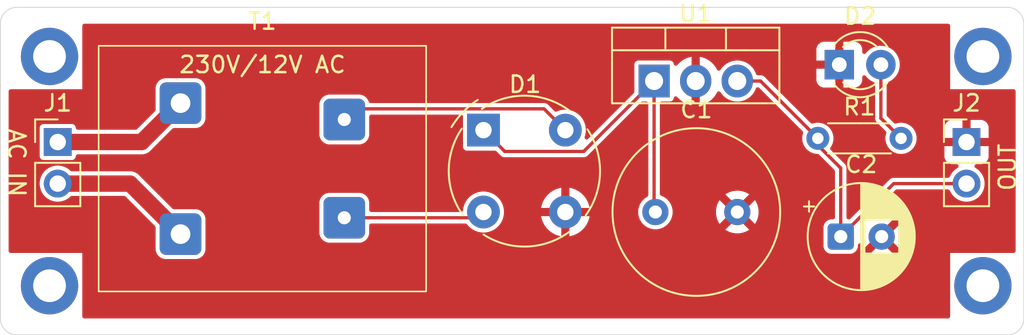
<source format=kicad_pcb>
(kicad_pcb (version 20241229) (generator "pcbnew") (generator_version "9.0")
  (layers (0 "F.Cu" signal) (2 "B.Cu" signal) (13 "F.Paste" user) (15 "B.Paste" user) (5 "F.SilkS" user "F.Silkscreen") (7 "B.SilkS" user "B.Silkscreen") (1 "F.Mask" user) (3 "B.Mask" user) (25 "Edge.Cuts" user))
  (net 0 "")
  (net 1 "Net-(D1-+)")
  (net 2 "GND")
  (net 3 "Net-(J2-Pin_2)")
  (net 4 "Net-(T1-SB)")
  (net 5 "Net-(T1-SA)")
  (net 6 "Net-(D2-A)")
  (net 7 "Net-(J1-Pin_1)")
  (net 8 "Net-(J1-Pin_2)")
  (footprint "Capacitor_THT:CP_Radial_D6.3mm_P2.50mm" (layer "F.Cu") (at 139.317621 81)
    (property "Reference" "C2" (at 1.25 -4.4 0) (layer "F.SilkS"))
    (property "Value" "100uF/16V")
    (fp_line (start -2.250241 -1.839) (end -1.620241 -1.839) (stroke (width 0.12)) (layer "F.SilkS"))
    (fp_line (start -1.935241 -2.154) (end -1.935241 -1.524) (stroke (width 0.12)) (layer "F.SilkS"))
    (fp_line (start 1.25 -3.23) (end 1.25 3.23) (stroke (width 0.12)) (layer "F.SilkS"))
    (fp_line (start 1.29 -3.23) (end 1.29 3.23) (stroke (width 0.12)) (layer "F.SilkS"))
    (fp_line (start 1.33 -3.229) (end 1.33 3.229) (stroke (width 0.12)) (layer "F.SilkS"))
    (fp_line (start 1.37 -3.228) (end 1.37 3.228) (stroke (width 0.12)) (layer "F.SilkS"))
    (fp_line (start 1.41 -3.226) (end 1.41 3.226) (stroke (width 0.12)) (layer "F.SilkS"))
    (fp_line (start 1.45 -3.224) (end 1.45 3.224) (stroke (width 0.12)) (layer "F.SilkS"))
    (fp_line (start 1.49 -3.221) (end 1.49 -1.04) (stroke (width 0.12)) (layer "F.SilkS"))
    (fp_line (start 1.49 1.04) (end 1.49 3.221) (stroke (width 0.12)) (layer "F.SilkS"))
    (fp_line (start 1.53 -3.218) (end 1.53 -1.04) (stroke (width 0.12)) (layer "F.SilkS"))
    (fp_line (start 1.53 1.04) (end 1.53 3.218) (stroke (width 0.12)) (layer "F.SilkS"))
    (fp_line (start 1.57 -3.214) (end 1.57 -1.04) (stroke (width 0.12)) (layer "F.SilkS"))
    (fp_line (start 1.57 1.04) (end 1.57 3.214) (stroke (width 0.12)) (layer "F.SilkS"))
    (fp_line (start 1.61 -3.21) (end 1.61 -1.04) (stroke (width 0.12)) (layer "F.SilkS"))
    (fp_line (start 1.61 1.04) (end 1.61 3.21) (stroke (width 0.12)) (layer "F.SilkS"))
    (fp_line (start 1.65 -3.205) (end 1.65 -1.04) (stroke (width 0.12)) (layer "F.SilkS"))
    (fp_line (start 1.65 1.04) (end 1.65 3.205) (stroke (width 0.12)) (layer "F.SilkS"))
    (fp_line (start 1.69 -3.2) (end 1.69 -1.04) (stroke (width 0.12)) (layer "F.SilkS"))
    (fp_line (start 1.69 1.04) (end 1.69 3.2) (stroke (width 0.12)) (layer "F.SilkS"))
    (fp_line (start 1.73 -3.195) (end 1.73 -1.04) (stroke (width 0.12)) (layer "F.SilkS"))
    (fp_line (start 1.73 1.04) (end 1.73 3.195) (stroke (width 0.12)) (layer "F.SilkS"))
    (fp_line (start 1.77 -3.188) (end 1.77 -1.04) (stroke (width 0.12)) (layer "F.SilkS"))
    (fp_line (start 1.77 1.04) (end 1.77 3.188) (stroke (width 0.12)) (layer "F.SilkS"))
    (fp_line (start 1.81 -3.182) (end 1.81 -1.04) (stroke (width 0.12)) (layer "F.SilkS"))
    (fp_line (start 1.81 1.04) (end 1.81 3.182) (stroke (width 0.12)) (layer "F.SilkS"))
    (fp_line (start 1.85 -3.174) (end 1.85 -1.04) (stroke (width 0.12)) (layer "F.SilkS"))
    (fp_line (start 1.85 1.04) (end 1.85 3.174) (stroke (width 0.12)) (layer "F.SilkS"))
    (fp_line (start 1.89 -3.167) (end 1.89 -1.04) (stroke (width 0.12)) (layer "F.SilkS"))
    (fp_line (start 1.89 1.04) (end 1.89 3.167) (stroke (width 0.12)) (layer "F.SilkS"))
    (fp_line (start 1.93 -3.159) (end 1.93 -1.04) (stroke (width 0.12)) (layer "F.SilkS"))
    (fp_line (start 1.93 1.04) (end 1.93 3.159) (stroke (width 0.12)) (layer "F.SilkS"))
    (fp_line (start 1.97 -3.15) (end 1.97 -1.04) (stroke (width 0.12)) (layer "F.SilkS"))
    (fp_line (start 1.97 1.04) (end 1.97 3.15) (stroke (width 0.12)) (layer "F.SilkS"))
    (fp_line (start 2.01 -3.14) (end 2.01 -1.04) (stroke (width 0.12)) (layer "F.SilkS"))
    (fp_line (start 2.01 1.04) (end 2.01 3.14) (stroke (width 0.12)) (layer "F.SilkS"))
    (fp_line (start 2.05 -3.131) (end 2.05 -1.04) (stroke (width 0.12)) (layer "F.SilkS"))
    (fp_line (start 2.05 1.04) (end 2.05 3.131) (stroke (width 0.12)) (layer "F.SilkS"))
    (fp_line (start 2.09 -3.12) (end 2.09 -1.04) (stroke (width 0.12)) (layer "F.SilkS"))
    (fp_line (start 2.09 1.04) (end 2.09 3.12) (stroke (width 0.12)) (layer "F.SilkS"))
    (fp_line (start 2.13 -3.109) (end 2.13 -1.04) (stroke (width 0.12)) (layer "F.SilkS"))
    (fp_line (start 2.13 1.04) (end 2.13 3.109) (stroke (width 0.12)) (layer "F.SilkS"))
    (fp_line (start 2.17 -3.098) (end 2.17 -1.04) (stroke (width 0.12)) (layer "F.SilkS"))
    (fp_line (start 2.17 1.04) (end 2.17 3.098) (stroke (width 0.12)) (layer "F.SilkS"))
    (fp_line (start 2.21 -3.086) (end 2.21 -1.04) (stroke (width 0.12)) (layer "F.SilkS"))
    (fp_line (start 2.21 1.04) (end 2.21 3.086) (stroke (width 0.12)) (layer "F.SilkS"))
    (fp_line (start 2.25 -3.073) (end 2.25 -1.04) (stroke (width 0.12)) (layer "F.SilkS"))
    (fp_line (start 2.25 1.04) (end 2.25 3.073) (stroke (width 0.12)) (layer "F.SilkS"))
    (fp_line (start 2.29 -3.06) (end 2.29 -1.04) (stroke (width 0.12)) (layer "F.SilkS"))
    (fp_line (start 2.29 1.04) (end 2.29 3.06) (stroke (width 0.12)) (layer "F.SilkS"))
    (fp_line (start 2.33 -3.047) (end 2.33 -1.04) (stroke (width 0.12)) (layer "F.SilkS"))
    (fp_line (start 2.33 1.04) (end 2.33 3.047) (stroke (width 0.12)) (layer "F.SilkS"))
    (fp_line (start 2.37 -3.032) (end 2.37 -1.04) (stroke (width 0.12)) (layer "F.SilkS"))
    (fp_line (start 2.37 1.04) (end 2.37 3.032) (stroke (width 0.12)) (layer "F.SilkS"))
    (fp_line (start 2.41 -3.017) (end 2.41 -1.04) (stroke (width 0.12)) (layer "F.SilkS"))
    (fp_line (start 2.41 1.04) (end 2.41 3.017) (stroke (width 0.12)) (layer "F.SilkS"))
    (fp_line (start 2.45 -3.002) (end 2.45 -1.04) (stroke (width 0.12)) (layer "F.SilkS"))
    (fp_line (start 2.45 1.04) (end 2.45 3.002) (stroke (width 0.12)) (layer "F.SilkS"))
    (fp_line (start 2.49 -2.986) (end 2.49 -1.04) (stroke (width 0.12)) (layer "F.SilkS"))
    (fp_line (start 2.49 1.04) (end 2.49 2.986) (stroke (width 0.12)) (layer "F.SilkS"))
    (fp_line (start 2.53 -2.969) (end 2.53 -1.04) (stroke (width 0.12)) (layer "F.SilkS"))
    (fp_line (start 2.53 1.04) (end 2.53 2.969) (stroke (width 0.12)) (layer "F.SilkS"))
    (fp_line (start 2.57 -2.952) (end 2.57 -1.04) (stroke (width 0.12)) (layer "F.SilkS"))
    (fp_line (start 2.57 1.04) (end 2.57 2.952) (stroke (width 0.12)) (layer "F.SilkS"))
    (fp_line (start 2.61 -2.934) (end 2.61 -1.04) (stroke (width 0.12)) (layer "F.SilkS"))
    (fp_line (start 2.61 1.04) (end 2.61 2.934) (stroke (width 0.12)) (layer "F.SilkS"))
    (fp_line (start 2.65 -2.915) (end 2.65 -1.04) (stroke (width 0.12)) (layer "F.SilkS"))
    (fp_line (start 2.65 1.04) (end 2.65 2.915) (stroke (width 0.12)) (layer "F.SilkS"))
    (fp_line (start 2.69 -2.896) (end 2.69 -1.04) (stroke (width 0.12)) (layer "F.SilkS"))
    (fp_line (start 2.69 1.04) (end 2.69 2.896) (stroke (width 0.12)) (layer "F.SilkS"))
    (fp_line (start 2.73 -2.876) (end 2.73 -1.04) (stroke (width 0.12)) (layer "F.SilkS"))
    (fp_line (start 2.73 1.04) (end 2.73 2.876) (stroke (width 0.12)) (layer "F.SilkS"))
    (fp_line (start 2.77 -2.855) (end 2.77 -1.04) (stroke (width 0.12)) (layer "F.SilkS"))
    (fp_line (start 2.77 1.04) (end 2.77 2.855) (stroke (width 0.12)) (layer "F.SilkS"))
    (fp_line (start 2.81 -2.834) (end 2.81 -1.04) (stroke (width 0.12)) (layer "F.SilkS"))
    (fp_line (start 2.81 1.04) (end 2.81 2.834) (stroke (width 0.12)) (layer "F.SilkS"))
    (fp_line (start 2.85 -2.812) (end 2.85 -1.04) (stroke (width 0.12)) (layer "F.SilkS"))
    (fp_line (start 2.85 1.04) (end 2.85 2.812) (stroke (width 0.12)) (layer "F.SilkS"))
    (fp_line (start 2.89 -2.789) (end 2.89 -1.04) (stroke (width 0.12)) (layer "F.SilkS"))
    (fp_line (start 2.89 1.04) (end 2.89 2.789) (stroke (width 0.12)) (layer "F.SilkS"))
    (fp_line (start 2.93 -2.765) (end 2.93 -1.04) (stroke (width 0.12)) (layer "F.SilkS"))
    (fp_line (start 2.93 1.04) (end 2.93 2.765) (stroke (width 0.12)) (layer "F.SilkS"))
    (fp_line (start 2.97 -2.741) (end 2.97 -1.04) (stroke (width 0.12)) (layer "F.SilkS"))
    (fp_line (start 2.97 1.04) (end 2.97 2.741) (stroke (width 0.12)) (layer "F.SilkS"))
    (fp_line (start 3.01 -2.716) (end 3.01 -1.04) (stroke (width 0.12)) (layer "F.SilkS"))
    (fp_line (start 3.01 1.04) (end 3.01 2.716) (stroke (width 0.12)) (layer "F.SilkS"))
    (fp_line (start 3.05 -2.69) (end 3.05 -1.04) (stroke (width 0.12)) (layer "F.SilkS"))
    (fp_line (start 3.05 1.04) (end 3.05 2.69) (stroke (width 0.12)) (layer "F.SilkS"))
    (fp_line (start 3.09 -2.663) (end 3.09 -1.04) (stroke (width 0.12)) (layer "F.SilkS"))
    (fp_line (start 3.09 1.04) (end 3.09 2.663) (stroke (width 0.12)) (layer "F.SilkS"))
    (fp_line (start 3.13 -2.636) (end 3.13 -1.04) (stroke (width 0.12)) (layer "F.SilkS"))
    (fp_line (start 3.13 1.04) (end 3.13 2.636) (stroke (width 0.12)) (layer "F.SilkS"))
    (fp_line (start 3.17 -2.607) (end 3.17 -1.04) (stroke (width 0.12)) (layer "F.SilkS"))
    (fp_line (start 3.17 1.04) (end 3.17 2.607) (stroke (width 0.12)) (layer "F.SilkS"))
    (fp_line (start 3.21 -2.577) (end 3.21 -1.04) (stroke (width 0.12)) (layer "F.SilkS"))
    (fp_line (start 3.21 1.04) (end 3.21 2.577) (stroke (width 0.12)) (layer "F.SilkS"))
    (fp_line (start 3.25 -2.547) (end 3.25 -1.04) (stroke (width 0.12)) (layer "F.SilkS"))
    (fp_line (start 3.25 1.04) (end 3.25 2.547) (stroke (width 0.12)) (layer "F.SilkS"))
    (fp_line (start 3.29 -2.516) (end 3.29 -1.04) (stroke (width 0.12)) (layer "F.SilkS"))
    (fp_line (start 3.29 1.04) (end 3.29 2.516) (stroke (width 0.12)) (layer "F.SilkS"))
    (fp_line (start 3.33 -2.483) (end 3.33 -1.04) (stroke (width 0.12)) (layer "F.SilkS"))
    (fp_line (start 3.33 1.04) (end 3.33 2.483) (stroke (width 0.12)) (layer "F.SilkS"))
    (fp_line (start 3.37 -2.45) (end 3.37 -1.04) (stroke (width 0.12)) (layer "F.SilkS"))
    (fp_line (start 3.37 1.04) (end 3.37 2.45) (stroke (width 0.12)) (layer "F.SilkS"))
    (fp_line (start 3.41 -2.415) (end 3.41 -1.04) (stroke (width 0.12)) (layer "F.SilkS"))
    (fp_line (start 3.41 1.04) (end 3.41 2.415) (stroke (width 0.12)) (layer "F.SilkS"))
    (fp_line (start 3.45 -2.379) (end 3.45 -1.04) (stroke (width 0.12)) (layer "F.SilkS"))
    (fp_line (start 3.45 1.04) (end 3.45 2.379) (stroke (width 0.12)) (layer "F.SilkS"))
    (fp_line (start 3.49 -2.342) (end 3.49 -1.04) (stroke (width 0.12)) (layer "F.SilkS"))
    (fp_line (start 3.49 1.04) (end 3.49 2.342) (stroke (width 0.12)) (layer "F.SilkS"))
    (fp_line (start 3.53 -2.304) (end 3.53 -1.04) (stroke (width 0.12)) (layer "F.SilkS"))
    (fp_line (start 3.53 1.04) (end 3.53 2.304) (stroke (width 0.12)) (layer "F.SilkS"))
    (fp_line (start 3.57 -2.264) (end 3.57 2.264) (stroke (width 0.12)) (layer "F.SilkS"))
    (fp_line (start 3.61 -2.223) (end 3.61 2.223) (stroke (width 0.12)) (layer "F.SilkS"))
    (fp_line (start 3.65 -2.181) (end 3.65 2.181) (stroke (width 0.12)) (layer "F.SilkS"))
    (fp_line (start 3.69 -2.137) (end 3.69 2.137) (stroke (width 0.12)) (layer "F.SilkS"))
    (fp_line (start 3.73 -2.091) (end 3.73 2.091) (stroke (width 0.12)) (layer "F.SilkS"))
    (fp_line (start 3.77 -2.044) (end 3.77 2.044) (stroke (width 0.12)) (layer "F.SilkS"))
    (fp_line (start 3.81 -1.995) (end 3.81 1.995) (stroke (width 0.12)) (layer "F.SilkS"))
    (fp_line (start 3.85 -1.943) (end 3.85 1.943) (stroke (width 0.12)) (layer "F.SilkS"))
    (fp_line (start 3.89 -1.89) (end 3.89 1.89) (stroke (width 0.12)) (layer "F.SilkS"))
    (fp_line (start 3.93 -1.834) (end 3.93 1.834) (stroke (width 0.12)) (layer "F.SilkS"))
    (fp_line (start 3.97 -1.775) (end 3.97 1.775) (stroke (width 0.12)) (layer "F.SilkS"))
    (fp_line (start 4.01 -1.714) (end 4.01 1.714) (stroke (width 0.12)) (layer "F.SilkS"))
    (fp_line (start 4.05 -1.649) (end 4.05 1.649) (stroke (width 0.12)) (layer "F.SilkS"))
    (fp_line (start 4.09 -1.581) (end 4.09 1.581) (stroke (width 0.12)) (layer "F.SilkS"))
    (fp_line (start 4.13 -1.509) (end 4.13 1.509) (stroke (width 0.12)) (layer "F.SilkS"))
    (fp_line (start 4.17 -1.432) (end 4.17 1.432) (stroke (width 0.12)) (layer "F.SilkS"))
    (fp_line (start 4.21 -1.35) (end 4.21 1.35) (stroke (width 0.12)) (layer "F.SilkS"))
    (fp_line (start 4.25 -1.261) (end 4.25 1.261) (stroke (width 0.12)) (layer "F.SilkS"))
    (fp_line (start 4.29 -1.165) (end 4.29 1.165) (stroke (width 0.12)) (layer "F.SilkS"))
    (fp_line (start 4.33 -1.058) (end 4.33 1.058) (stroke (width 0.12)) (layer "F.SilkS"))
    (fp_line (start 4.37 -0.939) (end 4.37 0.939) (stroke (width 0.12)) (layer "F.SilkS"))
    (fp_line (start 4.41 -0.801) (end 4.41 0.801) (stroke (width 0.12)) (layer "F.SilkS"))
    (fp_line (start 4.45 -0.633) (end 4.45 0.633) (stroke (width 0.12)) (layer "F.SilkS"))
    (fp_line (start 4.49 -0.402) (end 4.49 0.402) (stroke (width 0.12)) (layer "F.SilkS"))
    (fp_circle (center 1.25 0) (end 4.52 0) (stroke (width 0.12)) (fill no) (layer "F.SilkS"))
    (pad "1" thru_hole roundrect (at 0 0) (size 1.6 1.6) (drill 0.8) (layers "*.Cu" "*.Mask") (roundrect_rratio 0.15625) (net 3 "Net-(J2-Pin_2)"))
    (pad "2" thru_hole circle (at 2.5 0) (size 1.6 1.6) (drill 0.8) (layers "*.Cu" "*.Mask") (net 2 "GND"))
  )
  (footprint "Resistor_THT:R_Axial_DIN0204_L3.6mm_D1.6mm_P5.08mm_Horizontal" (layer "F.Cu") (at 137.92 75)
    (property "Reference" "R1" (at 2.54 -1.92 0) (layer "F.SilkS"))
    (property "Value" "560")
    (fp_line (start 0.62 -0.92) (end 4.46 -0.92) (stroke (width 0.12)) (layer "F.SilkS"))
    (fp_line (start 0.62 0.92) (end 4.46 0.92) (stroke (width 0.12)) (layer "F.SilkS"))
    (pad "1" thru_hole circle (at 0 0) (size 1.4 1.4) (drill 0.7) (layers "*.Cu" "*.Mask") (net 3 "Net-(J2-Pin_2)"))
    (pad "2" thru_hole circle (at 5.08 0) (size 1.4 1.4) (drill 0.7) (layers "*.Cu" "*.Mask") (net 6 "Net-(D2-A)"))
  )
  (footprint "Diode_THT:Diode_Bridge_Round_D9.0mm" (layer "F.Cu") (at 117.5 74.5)
    (property "Reference" "D1" (at 2.54 -2.794 0) (layer "F.SilkS"))
    (property "Value" "RB151")
    (fp_arc (start -1.954487 -0.183757) (mid -1.246061 -1.107219) (end -0.35 -1.85) (stroke (width 0.12)) (layer "F.SilkS"))
    (fp_arc (start -1.25 5.2) (mid -2.120355 2.569427) (end -1.329431 -0.086109) (stroke (width 0.12)) (layer "F.SilkS"))
    (fp_arc (start -0.1 -1.3) (mid 2.595106 -2.103363) (end 5.254731 -1.189371) (stroke (width 0.12)) (layer "F.SilkS"))
    (fp_arc (start 5.25 6.2) (mid 2.657169 7.107363) (end 0.008533 6.3788) (stroke (width 0.12)) (layer "F.SilkS"))
    (fp_arc (start 6.35 -0.05) (mid 7.117021 2.590098) (end 6.247584 5.198261) (stroke (width 0.12)) (layer "F.SilkS"))
    (pad "1" thru_hole rect (at 0 0) (size 2 2) (drill 1) (layers "*.Cu" "*.Mask") (net 1 "Net-(D1-+)"))
    (pad "2" thru_hole oval (at 0 5) (size 2 2) (drill 1) (layers "*.Cu" "*.Mask") (net 5 "Net-(T1-SA)"))
    (pad "3" thru_hole oval (at 5 5) (size 2 2) (drill 1) (layers "*.Cu" "*.Mask") (net 2 "GND"))
    (pad "4" thru_hole oval (at 5 0) (size 2 2) (drill 1) (layers "*.Cu" "*.Mask") (net 4 "Net-(T1-SB)"))
  )
  (footprint "Connector_PinHeader_2.54mm:PinHeader_1x02_P2.54mm_Vertical" (layer "F.Cu") (at 91.5 75.225)
    (property "Reference" "J1" (at 0 -2.38 0) (layer "F.SilkS"))
    (property "Value" "AC IN" (hide yes))
    (fp_line (start -1.38 -1.38) (end 0 -1.38) (stroke (width 0.12)) (layer "F.SilkS"))
    (fp_line (start -1.38 0) (end -1.38 -1.38) (stroke (width 0.12)) (layer "F.SilkS"))
    (fp_line (start -1.38 1.27) (end -1.38 3.92) (stroke (width 0.12)) (layer "F.SilkS"))
    (fp_line (start -1.38 1.27) (end 1.38 1.27) (stroke (width 0.12)) (layer "F.SilkS"))
    (fp_line (start -1.38 3.92) (end 1.38 3.92) (stroke (width 0.12)) (layer "F.SilkS"))
    (fp_line (start 1.38 1.27) (end 1.38 3.92) (stroke (width 0.12)) (layer "F.SilkS"))
    (pad "1" thru_hole rect (at 0 0) (size 1.7 1.7) (drill 1) (layers "*.Cu" "*.Mask") (net 7 "Net-(J1-Pin_1)"))
    (pad "2" thru_hole circle (at 0 2.54) (size 1.7 1.7) (drill 1) (layers "*.Cu" "*.Mask") (net 8 "Net-(J1-Pin_2)"))
  )
  (footprint "Package_TO_SOT_THT:TO-220-3_Vertical" (layer "F.Cu") (at 127.92 71.5)
    (property "Reference" "U1" (at 2.54 -4.1 0) (layer "F.SilkS"))
    (property "Value" "L7805")
    (fp_line (start -2.57 -3.26) (end 7.65 -3.26) (stroke (width 0.12)) (layer "F.SilkS"))
    (fp_line (start -2.57 -1.88) (end 7.65 -1.88) (stroke (width 0.12)) (layer "F.SilkS"))
    (fp_line (start -2.57 1.36) (end -2.57 -3.26) (stroke (width 0.12)) (layer "F.SilkS"))
    (fp_line (start 0.69 -3.26) (end 0.69 -1.88) (stroke (width 0.12)) (layer "F.SilkS"))
    (fp_line (start 4.39 -3.26) (end 4.39 -1.88) (stroke (width 0.12)) (layer "F.SilkS"))
    (fp_line (start 7.65 -3.26) (end 7.65 1.36) (stroke (width 0.12)) (layer "F.SilkS"))
    (fp_line (start 7.65 1.36) (end -2.57 1.36) (stroke (width 0.12)) (layer "F.SilkS"))
    (pad "1" thru_hole rect (at 0 0) (size 1.905 2) (drill 1.1) (layers "*.Cu" "*.Mask") (net 1 "Net-(D1-+)"))
    (pad "2" thru_hole oval (at 2.54 0) (size 1.905 2) (drill 1.1) (layers "*.Cu" "*.Mask") (net 2 "GND"))
    (pad "3" thru_hole oval (at 5.08 0) (size 1.905 2) (drill 1.1) (layers "*.Cu" "*.Mask") (net 3 "Net-(J2-Pin_2)"))
  )
  (footprint "Capacitor_THT:C_Radial_D10.0mm_H12.5mm_P5.00mm" (layer "F.Cu") (at 128 79.5)
    (property "Reference" "C1" (at 2.5 -6.25 0) (layer "F.SilkS"))
    (property "Value" "1000uF/35V")
    (fp_circle (center 2.5 0) (end 7.62 0) (stroke (width 0.12)) (fill no) (layer "F.SilkS"))
    (pad "1" thru_hole circle (at 0 0) (size 1.6 1.6) (drill 0.8) (layers "*.Cu" "*.Mask") (net 1 "Net-(D1-+)"))
    (pad "2" thru_hole circle (at 5 0) (size 1.6 1.6) (drill 0.8) (layers "*.Cu" "*.Mask") (net 2 "GND"))
  )
  (footprint "Transformer_THT:MyTransformer_1P_1S_NoMargin" (layer "F.Cu") (at 104 66.85)
    (property "Reference" "T1" (hide yes))
    (property "Value" "Transformer_1P_1S" (hide yes))
    (fp_rect (start -10 2.5) (end 10 17.5) (stroke (width 0.1)) (fill no) (layer "F.SilkS"))
    (fp_text user "230V/12V AC" (at 0 3.65 0) (layer "F.SilkS"))
    (fp_text user "T1" (at 0 1 0) (layer "F.SilkS"))
    (pad "1" thru_hole roundrect (at -5 6) (size 2.54 2.54) (drill 1.2) (layers "*.Cu" "*.Mask") (roundrect_rratio 0.15) (net 7 "Net-(J1-Pin_1)"))
    (pad "2" thru_hole roundrect (at -5 14) (size 2.54 2.54) (drill 1.2) (layers "*.Cu" "*.Mask") (roundrect_rratio 0.15) (net 8 "Net-(J1-Pin_2)"))
    (pad "3" thru_hole roundrect (at 5 13) (size 2.54 2.54) (drill 0.8) (layers "*.Cu" "*.Mask") (roundrect_rratio 0.15) (net 5 "Net-(T1-SA)"))
    (pad "4" thru_hole roundrect (at 5 7) (size 2.54 2.54) (drill 0.8) (layers "*.Cu" "*.Mask") (roundrect_rratio 0.15) (net 4 "Net-(T1-SB)"))
  )
  (footprint "Connector_PinHeader_2.54mm:PinHeader_1x02_P2.54mm_Vertical" (layer "F.Cu") (at 147 75.225)
    (property "Reference" "J2" (at 0 -2.38 0) (layer "F.SilkS"))
    (property "Value" "OUT" (at 2.5 1.54 90) (layer "F.SilkS"))
    (fp_line (start -1.38 -1.38) (end 0 -1.38) (stroke (width 0.12)) (layer "F.SilkS"))
    (fp_line (start -1.38 0) (end -1.38 -1.38) (stroke (width 0.12)) (layer "F.SilkS"))
    (fp_line (start -1.38 1.27) (end -1.38 3.92) (stroke (width 0.12)) (layer "F.SilkS"))
    (fp_line (start -1.38 1.27) (end 1.38 1.27) (stroke (width 0.12)) (layer "F.SilkS"))
    (fp_line (start -1.38 3.92) (end 1.38 3.92) (stroke (width 0.12)) (layer "F.SilkS"))
    (fp_line (start 1.38 1.27) (end 1.38 3.92) (stroke (width 0.12)) (layer "F.SilkS"))
    (pad "1" thru_hole rect (at 0 0) (size 1.7 1.7) (drill 1) (layers "*.Cu" "*.Mask") (net 2 "GND"))
    (pad "2" thru_hole circle (at 0 2.54) (size 1.7 1.7) (drill 1) (layers "*.Cu" "*.Mask") (net 3 "Net-(J2-Pin_2)"))
  )
  (footprint "LED_THT:LED_D3.0mm_FlatTop" (layer "F.Cu") (at 139.23 70.5)
    (property "Reference" "D2" (at 1.27 -2.96 0) (layer "F.SilkS"))
    (property "Value" "LED")
    (fp_line (start -0.29 -1.236) (end -0.29 -1.08) (stroke (width 0.12)) (layer "F.SilkS"))
    (fp_line (start -0.29 1.08) (end -0.29 1.236) (stroke (width 0.12)) (layer "F.SilkS"))
    (fp_arc (start -0.29 -1.235516) (mid 1.36566 -1.987699) (end 2.941437 -1.08) (stroke (width 0.12)) (layer "F.SilkS"))
    (fp_arc (start 0.229039 -1.08) (mid 1.27 -1.5) (end 2.310961 -1.08) (stroke (width 0.12)) (layer "F.SilkS"))
    (fp_arc (start 2.310961 1.08) (mid 1.27 1.5) (end 0.229039 1.08) (stroke (width 0.12)) (layer "F.SilkS"))
    (fp_arc (start 2.941437 1.08) (mid 1.36566 1.987699) (end -0.29 1.235516) (stroke (width 0.12)) (layer "F.SilkS"))
    (pad "1" thru_hole rect (at 0 0) (size 1.8 1.8) (drill 0.9) (layers "*.Cu" "*.Mask") (net 2 "GND"))
    (pad "2" thru_hole circle (at 2.54 0) (size 1.8 1.8) (drill 0.9) (layers "*.Cu" "*.Mask") (net 6 "Net-(D2-A)"))
  )
  (gr_line (start 89 67) (end 149.5 67) (stroke (width 0.05)) (layer "Edge.Cuts"))
  (gr_arc (start 150.5 86) (mid 150.207107 86.707107) (end 149.5 87) (stroke (width 0.05)) (layer "Edge.Cuts"))
  (gr_line (start 150.5 68) (end 150.5 86) (stroke (width 0.05)) (layer "Edge.Cuts"))
  (gr_line (start 149.5 87) (end 89 87) (stroke (width 0.05)) (layer "Edge.Cuts"))
  (gr_line (start 88 86) (end 88 75) (stroke (width 0.05)) (layer "Edge.Cuts"))
  (gr_arc (start 149.5 67) (mid 150.207107 67.292893) (end 150.5 68) (stroke (width 0.05)) (layer "Edge.Cuts"))
  (gr_arc (start 88 68) (mid 88.292893 67.292893) (end 89 67) (stroke (width 0.05)) (layer "Edge.Cuts"))
  (gr_line (start 88 75) (end 88 68) (stroke (width 0.05)) (layer "Edge.Cuts"))
  (gr_arc (start 89 87) (mid 88.292893 86.707107) (end 88 86) (stroke (width 0.05)) (layer "Edge.Cuts"))
  (gr_text "AC IN" (at 89 76.5 270) (layer "F.SilkS") (effects (font (size 1 1))))
  (via (at 148 70) (size 3.5) (drill 2) (layers "F.Cu" "B.Cu") (net 0))
  (via (at 91 84) (size 3.5) (drill 2) (layers "F.Cu" "B.Cu") (net 0))
  (via (at 148 84) (size 3.5) (drill 2) (layers "F.Cu" "B.Cu") (net 0))
  (via (at 91 70) (size 3.5) (drill 2) (layers "F.Cu" "B.Cu") (net 0))
  (segment (start 127.92 71.5) (end 123.619 75.801) (width 0.2) (layer "F.Cu") (net 1))
  (segment (start 118.801 75.801) (end 117.5 74.5) (width 0.2) (layer "F.Cu") (net 1))
  (segment (start 123.619 75.801) (end 118.801 75.801) (width 0.2) (layer "F.Cu") (net 1))
  (segment (start 127.92 79.42) (end 128 79.5) (width 0.2) (layer "F.Cu") (net 1))
  (segment (start 127.92 71.5) (end 127.92 79.42) (width 0.2) (layer "F.Cu") (net 1))
  (segment (start 133 71.5) (end 134.42 71.5) (width 0.2) (layer "F.Cu") (net 3))
  (segment (start 137.92 75.42) (end 139.317621 76.817621) (width 0.2) (layer "F.Cu") (net 3))
  (segment (start 139.317621 81) (end 142.552621 77.765) (width 0.2) (layer "F.Cu") (net 3))
  (segment (start 134.42 71.5) (end 137.92 75) (width 0.2) (layer "F.Cu") (net 3))
  (segment (start 139.317621 76.817621) (end 139.317621 81) (width 0.2) (layer "F.Cu") (net 3))
  (segment (start 137.92 75) (end 137.92 75.42) (width 0.2) (layer "F.Cu") (net 3))
  (segment (start 142.552621 77.765) (end 147 77.765) (width 0.2) (layer "F.Cu") (net 3))
  (segment (start 121.199 73.199) (end 122.5 74.5) (width 0.2) (layer "F.Cu") (net 4))
  (segment (start 109.651 73.199) (end 121.199 73.199) (width 0.2) (layer "F.Cu") (net 4))
  (segment (start 109 73.85) (end 109.651 73.199) (width 0.2) (layer "F.Cu") (net 4))
  (segment (start 117.15 79.85) (end 117.5 79.5) (width 0.2) (layer "F.Cu") (net 5))
  (segment (start 109 79.85) (end 117.15 79.85) (width 0.2) (layer "F.Cu") (net 5))
  (segment (start 141.77 70.5) (end 141.77 73.77) (width 0.2) (layer "F.Cu") (net 6))
  (segment (start 141.77 73.77) (end 143 75) (width 0.2) (layer "F.Cu") (net 6))
  (segment (start 91.5 75.225) (end 96.625 75.225) (width 1) (layer "F.Cu") (net 7))
  (segment (start 96.625 75.225) (end 99 72.85) (width 1) (layer "F.Cu") (net 7))
  (segment (start 95.915 77.765) (end 99 80.85) (width 1) (layer "F.Cu") (net 8))
  (segment (start 91.5 77.765) (end 95.915 77.765) (width 1) (layer "F.Cu") (net 8))
  (zone (net 2) (net_name "GND") (layer "F.Cu") (connect_pads (clearance 0.25)) (min_thickness 0.25) (fill yes (thermal_gap 0.5) (thermal_bridge_width 0.5))
    (polygon (pts (xy 93 68) (xy 146 68) (xy 146 72) (xy 150 72) (xy 150 82) (xy 146 82) (xy 146 86) (xy 93 86) (xy 93 82) (xy 88.5 82) (xy 88.5 72) (xy 93 72)))
  )
)
</source>
